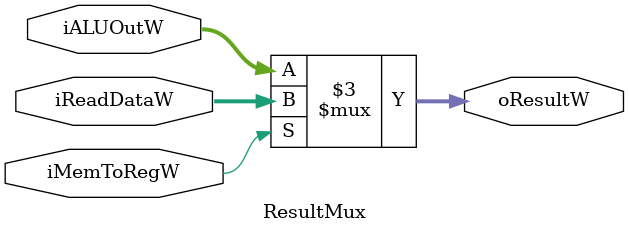
<source format=sv>
module ResultMux(
  input  logic        iMemToRegW,
  input  logic [31:0] iReadDataW,
  input  logic [31:0] iALUOutW,

  output logic [31:0] oResultW
);

  always_comb begin
    if(iMemToRegW) oResultW = iReadDataW;       // Memory Read Operation (Load)
    else oResultW  =  iALUOutW;                 // Alu Operation
  end

endmodule

</source>
